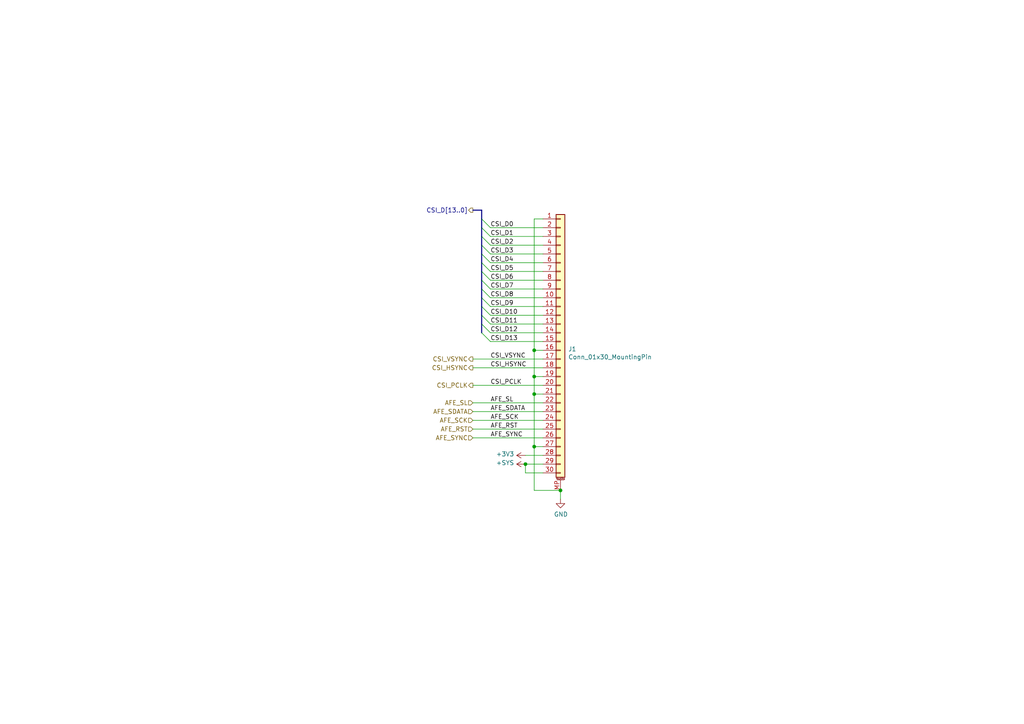
<source format=kicad_sch>
(kicad_sch (version 20210126) (generator eeschema)
  (paper "A4")
  (lib_symbols
    (symbol "Connector_Generic_MountingPin:Conn_01x30_MountingPin" (pin_names (offset 1.016) hide)
      (property "Reference" "J" (at 0 38.1 0))
      (property "Value" "Conn_01x30_MountingPin" (at 1.27 -40.64 0))
      (symbol "Conn_01x30_MountingPin_1_1"
        (text "Mounting" (at 0 -39.751 0) (effects (font (size 0.381 0.381))))
        (rectangle (start -1.27 -37.973) (end 0 -38.227) (stroke (width 0.1524)))
        (rectangle (start -1.27 -35.433) (end 0 -35.687) (stroke (width 0.1524)))
        (rectangle (start -1.27 -32.893) (end 0 -33.147) (stroke (width 0.1524)))
        (rectangle (start -1.27 -30.353) (end 0 -30.607) (stroke (width 0.1524)))
        (rectangle (start -1.27 -27.813) (end 0 -28.067) (stroke (width 0.1524)))
        (rectangle (start -1.27 -25.273) (end 0 -25.527) (stroke (width 0.1524)))
        (rectangle (start -1.27 -22.733) (end 0 -22.987) (stroke (width 0.1524)))
        (rectangle (start -1.27 -20.193) (end 0 -20.447) (stroke (width 0.1524)))
        (rectangle (start -1.27 -17.653) (end 0 -17.907) (stroke (width 0.1524)))
        (rectangle (start -1.27 -15.113) (end 0 -15.367) (stroke (width 0.1524)))
        (rectangle (start -1.27 -12.573) (end 0 -12.827) (stroke (width 0.1524)))
        (rectangle (start -1.27 -10.033) (end 0 -10.287) (stroke (width 0.1524)))
        (rectangle (start -1.27 -7.493) (end 0 -7.747) (stroke (width 0.1524)))
        (rectangle (start -1.27 -4.953) (end 0 -5.207) (stroke (width 0.1524)))
        (rectangle (start -1.27 -2.413) (end 0 -2.667) (stroke (width 0.1524)))
        (rectangle (start -1.27 0.127) (end 0 -0.127) (stroke (width 0.1524)))
        (rectangle (start -1.27 2.667) (end 0 2.413) (stroke (width 0.1524)))
        (rectangle (start -1.27 5.207) (end 0 4.953) (stroke (width 0.1524)))
        (rectangle (start -1.27 7.747) (end 0 7.493) (stroke (width 0.1524)))
        (rectangle (start -1.27 10.287) (end 0 10.033) (stroke (width 0.1524)))
        (rectangle (start -1.27 12.827) (end 0 12.573) (stroke (width 0.1524)))
        (rectangle (start -1.27 15.367) (end 0 15.113) (stroke (width 0.1524)))
        (rectangle (start -1.27 17.907) (end 0 17.653) (stroke (width 0.1524)))
        (rectangle (start -1.27 20.447) (end 0 20.193) (stroke (width 0.1524)))
        (rectangle (start -1.27 22.987) (end 0 22.733) (stroke (width 0.1524)))
        (rectangle (start -1.27 25.527) (end 0 25.273) (stroke (width 0.1524)))
        (rectangle (start -1.27 28.067) (end 0 27.813) (stroke (width 0.1524)))
        (rectangle (start -1.27 30.607) (end 0 30.353) (stroke (width 0.1524)))
        (rectangle (start -1.27 33.147) (end 0 32.893) (stroke (width 0.1524)))
        (rectangle (start -1.27 35.687) (end 0 35.433) (stroke (width 0.1524)))
        (rectangle (start -1.27 36.83) (end 1.27 -39.37) (stroke (width 0.254)) (fill (type background)))
        (polyline (pts (xy -1.016 -40.132) (xy 1.016 -40.132)) (stroke (width 0.1524)))
        (pin passive line (at -5.08 35.56 0) (length 3.81) (name "Pin_1") (number "1"))
        (pin passive line (at -5.08 12.7 0) (length 3.81) (name "Pin_10") (number "10"))
        (pin passive line (at -5.08 10.16 0) (length 3.81) (name "Pin_11") (number "11"))
        (pin passive line (at -5.08 7.62 0) (length 3.81) (name "Pin_12") (number "12"))
        (pin passive line (at -5.08 5.08 0) (length 3.81) (name "Pin_13") (number "13"))
        (pin passive line (at -5.08 2.54 0) (length 3.81) (name "Pin_14") (number "14"))
        (pin passive line (at -5.08 0 0) (length 3.81) (name "Pin_15") (number "15"))
        (pin passive line (at -5.08 -2.54 0) (length 3.81) (name "Pin_16") (number "16"))
        (pin passive line (at -5.08 -5.08 0) (length 3.81) (name "Pin_17") (number "17"))
        (pin passive line (at -5.08 -7.62 0) (length 3.81) (name "Pin_18") (number "18"))
        (pin passive line (at -5.08 -10.16 0) (length 3.81) (name "Pin_19") (number "19"))
        (pin passive line (at -5.08 33.02 0) (length 3.81) (name "Pin_2") (number "2"))
        (pin passive line (at -5.08 -12.7 0) (length 3.81) (name "Pin_20") (number "20"))
        (pin passive line (at -5.08 -15.24 0) (length 3.81) (name "Pin_21") (number "21"))
        (pin passive line (at -5.08 -17.78 0) (length 3.81) (name "Pin_22") (number "22"))
        (pin passive line (at -5.08 -20.32 0) (length 3.81) (name "Pin_23") (number "23"))
        (pin passive line (at -5.08 -22.86 0) (length 3.81) (name "Pin_24") (number "24"))
        (pin passive line (at -5.08 -25.4 0) (length 3.81) (name "Pin_25") (number "25"))
        (pin passive line (at -5.08 -27.94 0) (length 3.81) (name "Pin_26") (number "26"))
        (pin passive line (at -5.08 -30.48 0) (length 3.81) (name "Pin_27") (number "27"))
        (pin passive line (at -5.08 -33.02 0) (length 3.81) (name "Pin_28") (number "28"))
        (pin passive line (at -5.08 -35.56 0) (length 3.81) (name "Pin_29") (number "29"))
        (pin passive line (at -5.08 30.48 0) (length 3.81) (name "Pin_3") (number "3"))
        (pin passive line (at -5.08 -38.1 0) (length 3.81) (name "Pin_30") (number "30"))
        (pin passive line (at -5.08 27.94 0) (length 3.81) (name "Pin_4") (number "4"))
        (pin passive line (at -5.08 25.4 0) (length 3.81) (name "Pin_5") (number "5"))
        (pin passive line (at -5.08 22.86 0) (length 3.81) (name "Pin_6") (number "6"))
        (pin passive line (at -5.08 20.32 0) (length 3.81) (name "Pin_7") (number "7"))
        (pin passive line (at -5.08 17.78 0) (length 3.81) (name "Pin_8") (number "8"))
        (pin passive line (at -5.08 15.24 0) (length 3.81) (name "Pin_9") (number "9"))
        (pin passive line (at 0 -43.18 90) (length 3.048) (name "MountPin") (number "MP"))
      )
    )
    (symbol "Sitina:+SYS" (power) (pin_names (offset 0))
      (property "Value" "+SYS" (at 0 3.556 0))
      (symbol "+SYS_0_1"
        (polyline (pts (xy -0.762 1.27) (xy 0 2.54)))
        (polyline (pts (xy 0 0) (xy 0 2.54)))
        (polyline (pts (xy 0 2.54) (xy 0.762 1.27)))
      )
      (symbol "+SYS_1_1"
        (pin power_in line (at 0 0 90) (length 0) hide (name "+SYS") (number "1"))
      )
    )
    (symbol "power:+3V3" (power) (pin_names (offset 0))
      (property "Value" "+3V3" (at 0 3.556 0))
      (symbol "+3V3_0_1"
        (polyline (pts (xy -0.762 1.27) (xy 0 2.54)))
        (polyline (pts (xy 0 0) (xy 0 2.54)))
        (polyline (pts (xy 0 2.54) (xy 0.762 1.27)))
      )
      (symbol "+3V3_1_1"
        (pin power_in line (at 0 0 90) (length 0) hide (name "+3V3") (number "1"))
      )
    )
    (symbol "power:GND" (power) (pin_names (offset 0))
      (property "Value" "GND" (at 0 -3.81 0))
      (symbol "GND_0_1"
        (polyline (pts (xy 0 0) (xy 0 -1.27) (xy 1.27 -1.27) (xy 0 -2.54) (xy -1.27 -1.27) (xy 0 -1.27)))
      )
      (symbol "GND_1_1"
        (pin power_in line (at 0 0 270) (length 0) hide (name "GND") (number "1"))
      )
    )
  )
  (junction (at 152.4 134.62) (diameter 0.9144))
  (junction (at 154.94 101.6) (diameter 0.9144))
  (junction (at 154.94 109.22) (diameter 0.9144))
  (junction (at 154.94 114.3) (diameter 0.9144))
  (junction (at 154.94 129.54) (diameter 0.9144))
  (junction (at 162.56 142.24) (diameter 0.9144))
  (bus_entry (at 139.7 63.5) (size 2.54 2.54) (stroke (width 0.1524)))
  (bus_entry (at 139.7 66.04) (size 2.54 2.54) (stroke (width 0.1524)))
  (bus_entry (at 139.7 68.58) (size 2.54 2.54) (stroke (width 0.1524)))
  (bus_entry (at 139.7 71.12) (size 2.54 2.54) (stroke (width 0.1524)))
  (bus_entry (at 139.7 73.66) (size 2.54 2.54) (stroke (width 0.1524)))
  (bus_entry (at 139.7 76.2) (size 2.54 2.54) (stroke (width 0.1524)))
  (bus_entry (at 139.7 78.74) (size 2.54 2.54) (stroke (width 0.1524)))
  (bus_entry (at 139.7 81.28) (size 2.54 2.54) (stroke (width 0.1524)))
  (bus_entry (at 139.7 83.82) (size 2.54 2.54) (stroke (width 0.1524)))
  (bus_entry (at 139.7 86.36) (size 2.54 2.54) (stroke (width 0.1524)))
  (bus_entry (at 139.7 88.9) (size 2.54 2.54) (stroke (width 0.1524)))
  (bus_entry (at 139.7 91.44) (size 2.54 2.54) (stroke (width 0.1524)))
  (bus_entry (at 139.7 93.98) (size 2.54 2.54) (stroke (width 0.1524)))
  (bus_entry (at 139.7 96.52) (size 2.54 2.54) (stroke (width 0.1524)))
  (wire (pts (xy 137.16 104.14) (xy 157.48 104.14)))
  (wire (pts (xy 137.16 106.68) (xy 157.48 106.68)))
  (wire (pts (xy 137.16 111.76) (xy 157.48 111.76)))
  (wire (pts (xy 137.16 116.84) (xy 157.48 116.84)))
  (wire (pts (xy 137.16 119.38) (xy 157.48 119.38)))
  (wire (pts (xy 137.16 121.92) (xy 157.48 121.92)))
  (wire (pts (xy 137.16 124.46) (xy 157.48 124.46)))
  (wire (pts (xy 137.16 127) (xy 157.48 127)))
  (wire (pts (xy 142.24 66.04) (xy 157.48 66.04)))
  (wire (pts (xy 142.24 68.58) (xy 157.48 68.58)))
  (wire (pts (xy 142.24 71.12) (xy 157.48 71.12)))
  (wire (pts (xy 142.24 73.66) (xy 157.48 73.66)))
  (wire (pts (xy 142.24 76.2) (xy 157.48 76.2)))
  (wire (pts (xy 142.24 78.74) (xy 157.48 78.74)))
  (wire (pts (xy 142.24 81.28) (xy 157.48 81.28)))
  (wire (pts (xy 142.24 83.82) (xy 157.48 83.82)))
  (wire (pts (xy 142.24 86.36) (xy 157.48 86.36)))
  (wire (pts (xy 142.24 88.9) (xy 157.48 88.9)))
  (wire (pts (xy 142.24 91.44) (xy 157.48 91.44)))
  (wire (pts (xy 142.24 93.98) (xy 157.48 93.98)))
  (wire (pts (xy 142.24 96.52) (xy 157.48 96.52)))
  (wire (pts (xy 142.24 99.06) (xy 157.48 99.06)))
  (wire (pts (xy 152.4 132.08) (xy 157.48 132.08)))
  (wire (pts (xy 152.4 134.62) (xy 157.48 134.62)))
  (wire (pts (xy 152.4 137.16) (xy 152.4 134.62)))
  (wire (pts (xy 154.94 63.5) (xy 154.94 101.6)))
  (wire (pts (xy 154.94 101.6) (xy 154.94 109.22)))
  (wire (pts (xy 154.94 109.22) (xy 154.94 114.3)))
  (wire (pts (xy 154.94 114.3) (xy 154.94 129.54)))
  (wire (pts (xy 154.94 129.54) (xy 154.94 142.24)))
  (wire (pts (xy 154.94 142.24) (xy 162.56 142.24)))
  (wire (pts (xy 157.48 63.5) (xy 154.94 63.5)))
  (wire (pts (xy 157.48 101.6) (xy 154.94 101.6)))
  (wire (pts (xy 157.48 109.22) (xy 154.94 109.22)))
  (wire (pts (xy 157.48 114.3) (xy 154.94 114.3)))
  (wire (pts (xy 157.48 129.54) (xy 154.94 129.54)))
  (wire (pts (xy 157.48 137.16) (xy 152.4 137.16)))
  (wire (pts (xy 162.56 144.78) (xy 162.56 142.24)))
  (bus (pts (xy 139.7 60.96) (xy 137.16 60.96)))
  (bus (pts (xy 139.7 60.96) (xy 139.7 63.5)))
  (bus (pts (xy 139.7 63.5) (xy 139.7 66.04)))
  (bus (pts (xy 139.7 66.04) (xy 139.7 68.58)))
  (bus (pts (xy 139.7 68.58) (xy 139.7 71.12)))
  (bus (pts (xy 139.7 71.12) (xy 139.7 73.66)))
  (bus (pts (xy 139.7 73.66) (xy 139.7 76.2)))
  (bus (pts (xy 139.7 76.2) (xy 139.7 78.74)))
  (bus (pts (xy 139.7 78.74) (xy 139.7 81.28)))
  (bus (pts (xy 139.7 81.28) (xy 139.7 83.82)))
  (bus (pts (xy 139.7 83.82) (xy 139.7 86.36)))
  (bus (pts (xy 139.7 86.36) (xy 139.7 88.9)))
  (bus (pts (xy 139.7 88.9) (xy 139.7 91.44)))
  (bus (pts (xy 139.7 91.44) (xy 139.7 93.98)))
  (bus (pts (xy 139.7 93.98) (xy 139.7 96.52)))
  (label "CSI_D0" (at 142.24 66.04 0))
  (label "CSI_D1" (at 142.24 68.58 0))
  (label "CSI_D2" (at 142.24 71.12 0))
  (label "CSI_D3" (at 142.24 73.66 0))
  (label "CSI_D4" (at 142.24 76.2 0))
  (label "CSI_D5" (at 142.24 78.74 0))
  (label "CSI_D6" (at 142.24 81.28 0))
  (label "CSI_D7" (at 142.24 83.82 0))
  (label "CSI_D8" (at 142.24 86.36 0))
  (label "CSI_D9" (at 142.24 88.9 0))
  (label "CSI_D10" (at 142.24 91.44 0))
  (label "CSI_D11" (at 142.24 93.98 0))
  (label "CSI_D12" (at 142.24 96.52 0))
  (label "CSI_D13" (at 142.24 99.06 0))
  (label "CSI_VSYNC" (at 142.24 104.14 0))
  (label "CSI_HSYNC" (at 142.24 106.68 0))
  (label "CSI_PCLK" (at 142.24 111.76 0))
  (label "AFE_SL" (at 142.24 116.84 0))
  (label "AFE_SDATA" (at 142.24 119.38 0))
  (label "AFE_SCK" (at 142.24 121.92 0))
  (label "AFE_RST" (at 142.24 124.46 0))
  (label "AFE_SYNC" (at 142.24 127 0))
  (hierarchical_label "CSI_D[13..0]" (shape output) (at 137.16 60.96 180))
  (hierarchical_label "CSI_VSYNC" (shape output) (at 137.16 104.14 180))
  (hierarchical_label "CSI_HSYNC" (shape output) (at 137.16 106.68 180))
  (hierarchical_label "CSI_PCLK" (shape output) (at 137.16 111.76 180))
  (hierarchical_label "AFE_SL" (shape input) (at 137.16 116.84 180))
  (hierarchical_label "AFE_SDATA" (shape input) (at 137.16 119.38 180))
  (hierarchical_label "AFE_SCK" (shape input) (at 137.16 121.92 180))
  (hierarchical_label "AFE_RST" (shape input) (at 137.16 124.46 180))
  (hierarchical_label "AFE_SYNC" (shape input) (at 137.16 127 180))
  (symbol (lib_id "power:+3V3") (at 152.4 132.08 90) (unit 1)
    (property "Reference" "#PWR0150" (effects hide))
    (property "Value" "+3V3" (at 149.1488 131.699 90) (effects (justify left)))
  )
  (symbol (lib_id "Sitina:+SYS") (at 152.4 134.62 90) (unit 1)
    (property "Reference" "#PWR0152" (effects hide))
    (property "Value" "+SYS" (at 149.1488 134.239 90) (effects (justify left)))
  )
  (symbol (lib_id "power:GND") (at 162.56 144.78 0) (unit 1)
    (property "Reference" "#PWR0153" (effects hide))
    (property "Value" "GND" (at 162.687 149.1742 0))
  )
  (symbol (lib_id "Connector_Generic_MountingPin:Conn_01x30_MountingPin") (at 162.56 99.06 0) (unit 1)
    (property "Reference" "J1" (at 164.7952 101.2444 0) (effects (justify left)))
    (property "Value" "Conn_01x30_MountingPin" (at 164.7952 103.5558 0) (effects (justify left)))
    (property "Footprint" "Connector_FFC-FPC:TE_3-84952-0_1x30-1MP_P1.0mm_Horizontal" (effects hide))
  )
)
</source>
